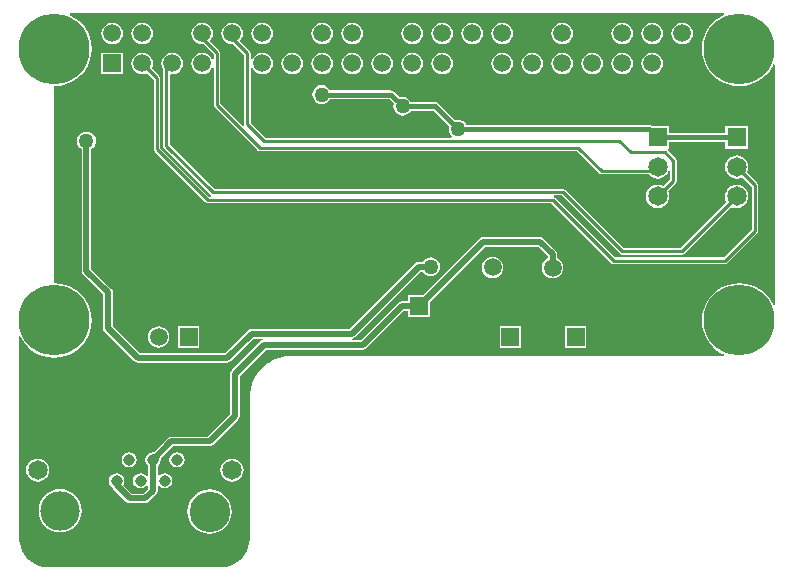
<source format=gbl>
G04*
G04 #@! TF.GenerationSoftware,Altium Limited,Altium Designer,18.1.9 (240)*
G04*
G04 Layer_Physical_Order=2*
G04 Layer_Color=16711680*
%FSAX25Y25*%
%MOIN*%
G70*
G01*
G75*
%ADD12C,0.01000*%
%ADD41C,0.02000*%
%ADD42C,0.01575*%
%ADD43R,0.05906X0.05906*%
%ADD44C,0.05906*%
%ADD45C,0.23622*%
%ADD46C,0.06496*%
%ADD47C,0.13110*%
%ADD48C,0.13504*%
%ADD49C,0.03819*%
%ADD50R,0.06496X0.06496*%
%ADD51C,0.05906*%
%ADD52C,0.05910*%
%ADD53R,0.05906X0.05906*%
%ADD54C,0.05000*%
%ADD55C,0.03150*%
G36*
X0631055Y0413824D02*
X0631152Y0413333D01*
X0630694Y0413144D01*
X0629029Y0412123D01*
X0627543Y0410854D01*
X0626275Y0409369D01*
X0625254Y0407703D01*
X0624506Y0405898D01*
X0624050Y0403999D01*
X0623897Y0402051D01*
X0624050Y0400104D01*
X0624506Y0398204D01*
X0625254Y0396399D01*
X0626275Y0394734D01*
X0627543Y0393248D01*
X0629029Y0391979D01*
X0630694Y0390959D01*
X0632499Y0390211D01*
X0634399Y0389755D01*
X0636346Y0389602D01*
X0638294Y0389755D01*
X0640194Y0390211D01*
X0641998Y0390959D01*
X0643664Y0391979D01*
X0645150Y0393248D01*
X0646418Y0394734D01*
X0647439Y0396399D01*
X0647629Y0396857D01*
X0648119Y0396760D01*
Y0316792D01*
X0647629Y0316694D01*
X0647439Y0317152D01*
X0646418Y0318818D01*
X0645150Y0320303D01*
X0643664Y0321572D01*
X0641998Y0322592D01*
X0640194Y0323340D01*
X0638294Y0323796D01*
X0636346Y0323949D01*
X0634399Y0323796D01*
X0632499Y0323340D01*
X0630694Y0322592D01*
X0629029Y0321572D01*
X0627543Y0320303D01*
X0626275Y0318818D01*
X0625254Y0317152D01*
X0624506Y0315347D01*
X0624050Y0313447D01*
X0623897Y0311500D01*
X0624050Y0309553D01*
X0624506Y0307653D01*
X0625254Y0305848D01*
X0626275Y0304182D01*
X0627543Y0302697D01*
X0629029Y0301428D01*
X0630694Y0300408D01*
X0631152Y0300218D01*
X0631055Y0299728D01*
X0487008Y0299728D01*
X0486996Y0299725D01*
X0486983Y0299727D01*
X0486211Y0299718D01*
X0486093Y0299693D01*
X0485973Y0299701D01*
X0484442Y0299499D01*
X0484316Y0299457D01*
X0484184Y0299448D01*
X0482692Y0299048D01*
X0482573Y0298990D01*
X0482443Y0298964D01*
X0481016Y0298372D01*
X0480906Y0298299D01*
X0480781Y0298256D01*
X0479443Y0297484D01*
X0479343Y0297396D01*
X0479224Y0297338D01*
X0477998Y0296397D01*
X0477911Y0296298D01*
X0477801Y0296224D01*
X0476709Y0295132D01*
X0476635Y0295022D01*
X0476536Y0294935D01*
X0475595Y0293709D01*
X0475536Y0293590D01*
X0475449Y0293491D01*
X0474677Y0292153D01*
X0474634Y0292027D01*
X0474561Y0291917D01*
X0473969Y0290490D01*
X0473944Y0290360D01*
X0473885Y0290241D01*
X0473485Y0288749D01*
X0473477Y0288617D01*
X0473434Y0288491D01*
X0473232Y0286960D01*
X0473239Y0286860D01*
X0473216Y0286763D01*
X0473191Y0285991D01*
X0473196Y0285958D01*
X0473190Y0285925D01*
Y0239075D01*
X0473190Y0238432D01*
X0473022Y0237158D01*
X0472689Y0235917D01*
X0472198Y0234729D01*
X0471555Y0233616D01*
X0470773Y0232597D01*
X0469864Y0231688D01*
X0468844Y0230906D01*
X0467731Y0230263D01*
X0466544Y0229771D01*
X0465303Y0229438D01*
X0464028Y0229271D01*
X0463386Y0229271D01*
X0405389D01*
X0404115Y0229438D01*
X0402873Y0229771D01*
X0401686Y0230263D01*
X0400573Y0230906D01*
X0399553Y0231688D01*
X0398645Y0232597D01*
X0397862Y0233616D01*
X0397220Y0234729D01*
X0396728Y0235917D01*
X0396395Y0237158D01*
X0396228Y0238432D01*
Y0239075D01*
Y0306208D01*
X0396718Y0306306D01*
X0396907Y0305848D01*
X0397928Y0304182D01*
X0399197Y0302697D01*
X0400682Y0301428D01*
X0402348Y0300408D01*
X0404153Y0299660D01*
X0406052Y0299204D01*
X0408000Y0299051D01*
X0409947Y0299204D01*
X0411847Y0299660D01*
X0413652Y0300408D01*
X0415318Y0301428D01*
X0416803Y0302697D01*
X0418072Y0304182D01*
X0419093Y0305848D01*
X0419840Y0307653D01*
X0420296Y0309553D01*
X0420449Y0311500D01*
X0420296Y0313447D01*
X0419840Y0315347D01*
X0419093Y0317152D01*
X0418072Y0318818D01*
X0416803Y0320303D01*
X0415318Y0321572D01*
X0413652Y0322592D01*
X0411847Y0323340D01*
X0409947Y0323796D01*
X0408000Y0323949D01*
Y0389602D01*
X0409947Y0389755D01*
X0411847Y0390211D01*
X0413652Y0390959D01*
X0415318Y0391979D01*
X0416803Y0393248D01*
X0418072Y0394734D01*
X0419093Y0396399D01*
X0419840Y0398204D01*
X0420296Y0400104D01*
X0420449Y0402051D01*
X0420296Y0403999D01*
X0419840Y0405898D01*
X0419093Y0407703D01*
X0418072Y0409369D01*
X0416803Y0410854D01*
X0415318Y0412123D01*
X0413652Y0413144D01*
X0413194Y0413333D01*
X0413292Y0413824D01*
X0631055Y0413824D01*
D02*
G37*
%LPC*%
G36*
X0617264Y0410769D02*
X0616336Y0410646D01*
X0615472Y0410288D01*
X0614730Y0409719D01*
X0614160Y0408977D01*
X0613802Y0408112D01*
X0613680Y0407185D01*
X0613802Y0406258D01*
X0614160Y0405393D01*
X0614730Y0404651D01*
X0615472Y0404082D01*
X0616336Y0403724D01*
X0617264Y0403602D01*
X0618191Y0403724D01*
X0619056Y0404082D01*
X0619798Y0404651D01*
X0620367Y0405393D01*
X0620725Y0406258D01*
X0620847Y0407185D01*
X0620725Y0408112D01*
X0620367Y0408977D01*
X0619798Y0409719D01*
X0619056Y0410288D01*
X0618191Y0410646D01*
X0617264Y0410769D01*
D02*
G37*
G36*
X0607264D02*
X0606336Y0410646D01*
X0605472Y0410288D01*
X0604730Y0409719D01*
X0604160Y0408977D01*
X0603802Y0408112D01*
X0603680Y0407185D01*
X0603802Y0406258D01*
X0604160Y0405393D01*
X0604730Y0404651D01*
X0605472Y0404082D01*
X0606336Y0403724D01*
X0607264Y0403602D01*
X0608191Y0403724D01*
X0609056Y0404082D01*
X0609798Y0404651D01*
X0610367Y0405393D01*
X0610725Y0406258D01*
X0610847Y0407185D01*
X0610725Y0408112D01*
X0610367Y0408977D01*
X0609798Y0409719D01*
X0609056Y0410288D01*
X0608191Y0410646D01*
X0607264Y0410769D01*
D02*
G37*
G36*
X0597264D02*
X0596336Y0410646D01*
X0595472Y0410288D01*
X0594730Y0409719D01*
X0594161Y0408977D01*
X0593802Y0408112D01*
X0593680Y0407185D01*
X0593802Y0406258D01*
X0594161Y0405393D01*
X0594730Y0404651D01*
X0595472Y0404082D01*
X0596336Y0403724D01*
X0597264Y0403602D01*
X0598191Y0403724D01*
X0599055Y0404082D01*
X0599798Y0404651D01*
X0600367Y0405393D01*
X0600725Y0406258D01*
X0600847Y0407185D01*
X0600725Y0408112D01*
X0600367Y0408977D01*
X0599798Y0409719D01*
X0599055Y0410288D01*
X0598191Y0410646D01*
X0597264Y0410769D01*
D02*
G37*
G36*
X0577264D02*
X0576336Y0410646D01*
X0575472Y0410288D01*
X0574730Y0409719D01*
X0574160Y0408977D01*
X0573803Y0408112D01*
X0573680Y0407185D01*
X0573803Y0406258D01*
X0574160Y0405393D01*
X0574730Y0404651D01*
X0575472Y0404082D01*
X0576336Y0403724D01*
X0577264Y0403602D01*
X0578191Y0403724D01*
X0579056Y0404082D01*
X0579798Y0404651D01*
X0580367Y0405393D01*
X0580725Y0406258D01*
X0580847Y0407185D01*
X0580725Y0408112D01*
X0580367Y0408977D01*
X0579798Y0409719D01*
X0579056Y0410288D01*
X0578191Y0410646D01*
X0577264Y0410769D01*
D02*
G37*
G36*
X0557264D02*
X0556336Y0410646D01*
X0555472Y0410288D01*
X0554730Y0409719D01*
X0554160Y0408977D01*
X0553802Y0408112D01*
X0553680Y0407185D01*
X0553802Y0406258D01*
X0554160Y0405393D01*
X0554730Y0404651D01*
X0555472Y0404082D01*
X0556336Y0403724D01*
X0557264Y0403602D01*
X0558191Y0403724D01*
X0559056Y0404082D01*
X0559798Y0404651D01*
X0560367Y0405393D01*
X0560725Y0406258D01*
X0560847Y0407185D01*
X0560725Y0408112D01*
X0560367Y0408977D01*
X0559798Y0409719D01*
X0559056Y0410288D01*
X0558191Y0410646D01*
X0557264Y0410769D01*
D02*
G37*
G36*
X0547264D02*
X0546336Y0410646D01*
X0545472Y0410288D01*
X0544730Y0409719D01*
X0544161Y0408977D01*
X0543802Y0408112D01*
X0543680Y0407185D01*
X0543802Y0406258D01*
X0544161Y0405393D01*
X0544730Y0404651D01*
X0545472Y0404082D01*
X0546336Y0403724D01*
X0547264Y0403602D01*
X0548191Y0403724D01*
X0549055Y0404082D01*
X0549798Y0404651D01*
X0550367Y0405393D01*
X0550725Y0406258D01*
X0550847Y0407185D01*
X0550725Y0408112D01*
X0550367Y0408977D01*
X0549798Y0409719D01*
X0549055Y0410288D01*
X0548191Y0410646D01*
X0547264Y0410769D01*
D02*
G37*
G36*
X0537264D02*
X0536336Y0410646D01*
X0535472Y0410288D01*
X0534730Y0409719D01*
X0534161Y0408977D01*
X0533803Y0408112D01*
X0533680Y0407185D01*
X0533803Y0406258D01*
X0534161Y0405393D01*
X0534730Y0404651D01*
X0535472Y0404082D01*
X0536336Y0403724D01*
X0537264Y0403602D01*
X0538191Y0403724D01*
X0539055Y0404082D01*
X0539798Y0404651D01*
X0540367Y0405393D01*
X0540725Y0406258D01*
X0540847Y0407185D01*
X0540725Y0408112D01*
X0540367Y0408977D01*
X0539798Y0409719D01*
X0539055Y0410288D01*
X0538191Y0410646D01*
X0537264Y0410769D01*
D02*
G37*
G36*
X0527264D02*
X0526336Y0410646D01*
X0525472Y0410288D01*
X0524730Y0409719D01*
X0524160Y0408977D01*
X0523803Y0408112D01*
X0523680Y0407185D01*
X0523803Y0406258D01*
X0524160Y0405393D01*
X0524730Y0404651D01*
X0525472Y0404082D01*
X0526336Y0403724D01*
X0527264Y0403602D01*
X0528191Y0403724D01*
X0529056Y0404082D01*
X0529798Y0404651D01*
X0530367Y0405393D01*
X0530725Y0406258D01*
X0530847Y0407185D01*
X0530725Y0408112D01*
X0530367Y0408977D01*
X0529798Y0409719D01*
X0529056Y0410288D01*
X0528191Y0410646D01*
X0527264Y0410769D01*
D02*
G37*
G36*
X0507264D02*
X0506336Y0410646D01*
X0505472Y0410288D01*
X0504730Y0409719D01*
X0504160Y0408977D01*
X0503802Y0408112D01*
X0503680Y0407185D01*
X0503802Y0406258D01*
X0504160Y0405393D01*
X0504730Y0404651D01*
X0505472Y0404082D01*
X0506336Y0403724D01*
X0507264Y0403602D01*
X0508191Y0403724D01*
X0509056Y0404082D01*
X0509798Y0404651D01*
X0510367Y0405393D01*
X0510725Y0406258D01*
X0510847Y0407185D01*
X0510725Y0408112D01*
X0510367Y0408977D01*
X0509798Y0409719D01*
X0509056Y0410288D01*
X0508191Y0410646D01*
X0507264Y0410769D01*
D02*
G37*
G36*
X0497264D02*
X0496336Y0410646D01*
X0495472Y0410288D01*
X0494730Y0409719D01*
X0494161Y0408977D01*
X0493802Y0408112D01*
X0493680Y0407185D01*
X0493802Y0406258D01*
X0494161Y0405393D01*
X0494730Y0404651D01*
X0495472Y0404082D01*
X0496336Y0403724D01*
X0497264Y0403602D01*
X0498191Y0403724D01*
X0499055Y0404082D01*
X0499798Y0404651D01*
X0500367Y0405393D01*
X0500725Y0406258D01*
X0500847Y0407185D01*
X0500725Y0408112D01*
X0500367Y0408977D01*
X0499798Y0409719D01*
X0499055Y0410288D01*
X0498191Y0410646D01*
X0497264Y0410769D01*
D02*
G37*
G36*
X0477264D02*
X0476336Y0410646D01*
X0475472Y0410288D01*
X0474730Y0409719D01*
X0474160Y0408977D01*
X0473803Y0408112D01*
X0473680Y0407185D01*
X0473803Y0406258D01*
X0474160Y0405393D01*
X0474730Y0404651D01*
X0475472Y0404082D01*
X0476336Y0403724D01*
X0477264Y0403602D01*
X0478191Y0403724D01*
X0479056Y0404082D01*
X0479798Y0404651D01*
X0480367Y0405393D01*
X0480725Y0406258D01*
X0480847Y0407185D01*
X0480725Y0408112D01*
X0480367Y0408977D01*
X0479798Y0409719D01*
X0479056Y0410288D01*
X0478191Y0410646D01*
X0477264Y0410769D01*
D02*
G37*
G36*
X0437264D02*
X0436336Y0410646D01*
X0435472Y0410288D01*
X0434730Y0409719D01*
X0434161Y0408977D01*
X0433803Y0408112D01*
X0433680Y0407185D01*
X0433803Y0406258D01*
X0434161Y0405393D01*
X0434730Y0404651D01*
X0435472Y0404082D01*
X0436336Y0403724D01*
X0437264Y0403602D01*
X0438191Y0403724D01*
X0439055Y0404082D01*
X0439798Y0404651D01*
X0440367Y0405393D01*
X0440725Y0406258D01*
X0440847Y0407185D01*
X0440725Y0408112D01*
X0440367Y0408977D01*
X0439798Y0409719D01*
X0439055Y0410288D01*
X0438191Y0410646D01*
X0437264Y0410769D01*
D02*
G37*
G36*
X0427264D02*
X0426336Y0410646D01*
X0425472Y0410288D01*
X0424730Y0409719D01*
X0424160Y0408977D01*
X0423803Y0408112D01*
X0423680Y0407185D01*
X0423803Y0406258D01*
X0424160Y0405393D01*
X0424730Y0404651D01*
X0425472Y0404082D01*
X0426336Y0403724D01*
X0427264Y0403602D01*
X0428191Y0403724D01*
X0429056Y0404082D01*
X0429798Y0404651D01*
X0430367Y0405393D01*
X0430725Y0406258D01*
X0430847Y0407185D01*
X0430725Y0408112D01*
X0430367Y0408977D01*
X0429798Y0409719D01*
X0429056Y0410288D01*
X0428191Y0410646D01*
X0427264Y0410769D01*
D02*
G37*
G36*
X0430817Y0400738D02*
X0423711D01*
Y0393632D01*
X0430817D01*
Y0400738D01*
D02*
G37*
G36*
X0607264Y0400768D02*
X0606336Y0400646D01*
X0605472Y0400288D01*
X0604730Y0399719D01*
X0604160Y0398977D01*
X0603802Y0398113D01*
X0603680Y0397185D01*
X0603802Y0396258D01*
X0604160Y0395393D01*
X0604730Y0394651D01*
X0605472Y0394082D01*
X0606336Y0393724D01*
X0607264Y0393602D01*
X0608191Y0393724D01*
X0609056Y0394082D01*
X0609798Y0394651D01*
X0610367Y0395393D01*
X0610725Y0396258D01*
X0610847Y0397185D01*
X0610725Y0398113D01*
X0610367Y0398977D01*
X0609798Y0399719D01*
X0609056Y0400288D01*
X0608191Y0400646D01*
X0607264Y0400768D01*
D02*
G37*
G36*
X0597264D02*
X0596336Y0400646D01*
X0595472Y0400288D01*
X0594730Y0399719D01*
X0594161Y0398977D01*
X0593802Y0398113D01*
X0593680Y0397185D01*
X0593802Y0396258D01*
X0594161Y0395393D01*
X0594730Y0394651D01*
X0595472Y0394082D01*
X0596336Y0393724D01*
X0597264Y0393602D01*
X0598191Y0393724D01*
X0599055Y0394082D01*
X0599798Y0394651D01*
X0600367Y0395393D01*
X0600725Y0396258D01*
X0600847Y0397185D01*
X0600725Y0398113D01*
X0600367Y0398977D01*
X0599798Y0399719D01*
X0599055Y0400288D01*
X0598191Y0400646D01*
X0597264Y0400768D01*
D02*
G37*
G36*
X0587264D02*
X0586336Y0400646D01*
X0585472Y0400288D01*
X0584730Y0399719D01*
X0584161Y0398977D01*
X0583803Y0398113D01*
X0583680Y0397185D01*
X0583803Y0396258D01*
X0584161Y0395393D01*
X0584730Y0394651D01*
X0585472Y0394082D01*
X0586336Y0393724D01*
X0587264Y0393602D01*
X0588191Y0393724D01*
X0589055Y0394082D01*
X0589798Y0394651D01*
X0590367Y0395393D01*
X0590725Y0396258D01*
X0590847Y0397185D01*
X0590725Y0398113D01*
X0590367Y0398977D01*
X0589798Y0399719D01*
X0589055Y0400288D01*
X0588191Y0400646D01*
X0587264Y0400768D01*
D02*
G37*
G36*
X0577264D02*
X0576336Y0400646D01*
X0575472Y0400288D01*
X0574730Y0399719D01*
X0574160Y0398977D01*
X0573803Y0398113D01*
X0573680Y0397185D01*
X0573803Y0396258D01*
X0574160Y0395393D01*
X0574730Y0394651D01*
X0575472Y0394082D01*
X0576336Y0393724D01*
X0577264Y0393602D01*
X0578191Y0393724D01*
X0579056Y0394082D01*
X0579798Y0394651D01*
X0580367Y0395393D01*
X0580725Y0396258D01*
X0580847Y0397185D01*
X0580725Y0398113D01*
X0580367Y0398977D01*
X0579798Y0399719D01*
X0579056Y0400288D01*
X0578191Y0400646D01*
X0577264Y0400768D01*
D02*
G37*
G36*
X0567264D02*
X0566336Y0400646D01*
X0565472Y0400288D01*
X0564730Y0399719D01*
X0564160Y0398977D01*
X0563802Y0398113D01*
X0563680Y0397185D01*
X0563802Y0396258D01*
X0564160Y0395393D01*
X0564730Y0394651D01*
X0565472Y0394082D01*
X0566336Y0393724D01*
X0567264Y0393602D01*
X0568191Y0393724D01*
X0569056Y0394082D01*
X0569798Y0394651D01*
X0570367Y0395393D01*
X0570725Y0396258D01*
X0570847Y0397185D01*
X0570725Y0398113D01*
X0570367Y0398977D01*
X0569798Y0399719D01*
X0569056Y0400288D01*
X0568191Y0400646D01*
X0567264Y0400768D01*
D02*
G37*
G36*
X0557264D02*
X0556336Y0400646D01*
X0555472Y0400288D01*
X0554730Y0399719D01*
X0554160Y0398977D01*
X0553802Y0398113D01*
X0553680Y0397185D01*
X0553802Y0396258D01*
X0554160Y0395393D01*
X0554730Y0394651D01*
X0555472Y0394082D01*
X0556336Y0393724D01*
X0557264Y0393602D01*
X0558191Y0393724D01*
X0559056Y0394082D01*
X0559798Y0394651D01*
X0560367Y0395393D01*
X0560725Y0396258D01*
X0560847Y0397185D01*
X0560725Y0398113D01*
X0560367Y0398977D01*
X0559798Y0399719D01*
X0559056Y0400288D01*
X0558191Y0400646D01*
X0557264Y0400768D01*
D02*
G37*
G36*
X0537264D02*
X0536336Y0400646D01*
X0535472Y0400288D01*
X0534730Y0399719D01*
X0534161Y0398977D01*
X0533803Y0398113D01*
X0533680Y0397185D01*
X0533803Y0396258D01*
X0534161Y0395393D01*
X0534730Y0394651D01*
X0535472Y0394082D01*
X0536336Y0393724D01*
X0537264Y0393602D01*
X0538191Y0393724D01*
X0539055Y0394082D01*
X0539798Y0394651D01*
X0540367Y0395393D01*
X0540725Y0396258D01*
X0540847Y0397185D01*
X0540725Y0398113D01*
X0540367Y0398977D01*
X0539798Y0399719D01*
X0539055Y0400288D01*
X0538191Y0400646D01*
X0537264Y0400768D01*
D02*
G37*
G36*
X0527264D02*
X0526336Y0400646D01*
X0525472Y0400288D01*
X0524730Y0399719D01*
X0524160Y0398977D01*
X0523803Y0398113D01*
X0523680Y0397185D01*
X0523803Y0396258D01*
X0524160Y0395393D01*
X0524730Y0394651D01*
X0525472Y0394082D01*
X0526336Y0393724D01*
X0527264Y0393602D01*
X0528191Y0393724D01*
X0529056Y0394082D01*
X0529798Y0394651D01*
X0530367Y0395393D01*
X0530725Y0396258D01*
X0530847Y0397185D01*
X0530725Y0398113D01*
X0530367Y0398977D01*
X0529798Y0399719D01*
X0529056Y0400288D01*
X0528191Y0400646D01*
X0527264Y0400768D01*
D02*
G37*
G36*
X0517264D02*
X0516336Y0400646D01*
X0515472Y0400288D01*
X0514730Y0399719D01*
X0514160Y0398977D01*
X0513802Y0398113D01*
X0513680Y0397185D01*
X0513802Y0396258D01*
X0514160Y0395393D01*
X0514730Y0394651D01*
X0515472Y0394082D01*
X0516336Y0393724D01*
X0517264Y0393602D01*
X0518191Y0393724D01*
X0519056Y0394082D01*
X0519798Y0394651D01*
X0520367Y0395393D01*
X0520725Y0396258D01*
X0520847Y0397185D01*
X0520725Y0398113D01*
X0520367Y0398977D01*
X0519798Y0399719D01*
X0519056Y0400288D01*
X0518191Y0400646D01*
X0517264Y0400768D01*
D02*
G37*
G36*
X0507264D02*
X0506336Y0400646D01*
X0505472Y0400288D01*
X0504730Y0399719D01*
X0504160Y0398977D01*
X0503802Y0398113D01*
X0503680Y0397185D01*
X0503802Y0396258D01*
X0504160Y0395393D01*
X0504730Y0394651D01*
X0505472Y0394082D01*
X0506336Y0393724D01*
X0507264Y0393602D01*
X0508191Y0393724D01*
X0509056Y0394082D01*
X0509798Y0394651D01*
X0510367Y0395393D01*
X0510725Y0396258D01*
X0510847Y0397185D01*
X0510725Y0398113D01*
X0510367Y0398977D01*
X0509798Y0399719D01*
X0509056Y0400288D01*
X0508191Y0400646D01*
X0507264Y0400768D01*
D02*
G37*
G36*
X0497264D02*
X0496336Y0400646D01*
X0495472Y0400288D01*
X0494730Y0399719D01*
X0494161Y0398977D01*
X0493802Y0398113D01*
X0493680Y0397185D01*
X0493802Y0396258D01*
X0494161Y0395393D01*
X0494730Y0394651D01*
X0495472Y0394082D01*
X0496336Y0393724D01*
X0497264Y0393602D01*
X0498191Y0393724D01*
X0499055Y0394082D01*
X0499798Y0394651D01*
X0500367Y0395393D01*
X0500725Y0396258D01*
X0500847Y0397185D01*
X0500725Y0398113D01*
X0500367Y0398977D01*
X0499798Y0399719D01*
X0499055Y0400288D01*
X0498191Y0400646D01*
X0497264Y0400768D01*
D02*
G37*
G36*
X0487264D02*
X0486336Y0400646D01*
X0485472Y0400288D01*
X0484730Y0399719D01*
X0484161Y0398977D01*
X0483803Y0398113D01*
X0483680Y0397185D01*
X0483803Y0396258D01*
X0484161Y0395393D01*
X0484730Y0394651D01*
X0485472Y0394082D01*
X0486336Y0393724D01*
X0487264Y0393602D01*
X0488191Y0393724D01*
X0489055Y0394082D01*
X0489798Y0394651D01*
X0490367Y0395393D01*
X0490725Y0396258D01*
X0490847Y0397185D01*
X0490725Y0398113D01*
X0490367Y0398977D01*
X0489798Y0399719D01*
X0489055Y0400288D01*
X0488191Y0400646D01*
X0487264Y0400768D01*
D02*
G37*
G36*
X0467264Y0410769D02*
X0466336Y0410646D01*
X0465472Y0410288D01*
X0464730Y0409719D01*
X0464160Y0408977D01*
X0463802Y0408112D01*
X0463680Y0407185D01*
X0463802Y0406258D01*
X0464160Y0405393D01*
X0464730Y0404651D01*
X0465472Y0404082D01*
X0466336Y0403724D01*
X0467264Y0403602D01*
X0467689Y0403658D01*
X0471221Y0400126D01*
Y0376870D01*
X0471221Y0376870D01*
X0471277Y0376587D01*
X0470821Y0376336D01*
X0463326Y0383831D01*
Y0400630D01*
X0463241Y0401059D01*
X0462998Y0401423D01*
X0462998Y0401423D01*
X0459796Y0404625D01*
X0459798Y0404651D01*
X0460367Y0405393D01*
X0460725Y0406258D01*
X0460847Y0407185D01*
X0460725Y0408112D01*
X0460367Y0408977D01*
X0459798Y0409719D01*
X0459056Y0410288D01*
X0458191Y0410646D01*
X0457264Y0410769D01*
X0456336Y0410646D01*
X0455472Y0410288D01*
X0454730Y0409719D01*
X0454160Y0408977D01*
X0453802Y0408112D01*
X0453680Y0407185D01*
X0453802Y0406258D01*
X0454160Y0405393D01*
X0454730Y0404651D01*
X0455472Y0404082D01*
X0456336Y0403724D01*
X0457264Y0403602D01*
X0457602Y0403646D01*
X0461083Y0400165D01*
Y0398555D01*
X0460583Y0398455D01*
X0460367Y0398977D01*
X0459798Y0399719D01*
X0459056Y0400288D01*
X0458191Y0400646D01*
X0457264Y0400768D01*
X0456336Y0400646D01*
X0455472Y0400288D01*
X0454730Y0399719D01*
X0454160Y0398977D01*
X0453802Y0398113D01*
X0453680Y0397185D01*
X0453802Y0396258D01*
X0454160Y0395393D01*
X0454730Y0394651D01*
X0455472Y0394082D01*
X0456336Y0393724D01*
X0457264Y0393602D01*
X0458191Y0393724D01*
X0459056Y0394082D01*
X0459798Y0394651D01*
X0460367Y0395393D01*
X0460583Y0395915D01*
X0461083Y0395815D01*
Y0383366D01*
X0461083Y0383366D01*
X0461168Y0382937D01*
X0461412Y0382573D01*
X0475683Y0368302D01*
X0475683Y0368301D01*
X0476047Y0368058D01*
X0476476Y0367973D01*
X0476476Y0367973D01*
X0582252D01*
X0589660Y0360565D01*
X0589660Y0360565D01*
X0590024Y0360322D01*
X0590453Y0360237D01*
X0606093D01*
X0606311Y0359952D01*
X0607115Y0359336D01*
X0608051Y0358948D01*
X0609055Y0358816D01*
X0610060Y0358948D01*
X0610996Y0359336D01*
X0611800Y0359952D01*
X0612416Y0360756D01*
X0612650Y0361320D01*
X0613150Y0361221D01*
Y0358535D01*
X0610879Y0356264D01*
X0610060Y0356603D01*
X0609055Y0356736D01*
X0608051Y0356603D01*
X0607115Y0356216D01*
X0606311Y0355599D01*
X0605694Y0354795D01*
X0605306Y0353859D01*
X0605174Y0352854D01*
X0605306Y0351850D01*
X0605694Y0350914D01*
X0606311Y0350110D01*
X0607115Y0349493D01*
X0608051Y0349105D01*
X0609055Y0348973D01*
X0610060Y0349105D01*
X0610996Y0349493D01*
X0611800Y0350110D01*
X0612416Y0350914D01*
X0612804Y0351850D01*
X0612936Y0352854D01*
X0612804Y0353859D01*
X0612465Y0354678D01*
X0615065Y0357278D01*
X0615065Y0357278D01*
X0615308Y0357642D01*
X0615393Y0358071D01*
X0615393Y0358071D01*
Y0364764D01*
X0615308Y0365193D01*
X0615065Y0365557D01*
X0615065Y0365557D01*
X0612430Y0368191D01*
X0612637Y0368691D01*
X0612903D01*
Y0371125D01*
X0631585D01*
Y0368691D01*
X0639281D01*
Y0376387D01*
X0631585D01*
Y0373954D01*
X0612903D01*
Y0376387D01*
X0607162D01*
X0606841Y0376602D01*
X0606299Y0376710D01*
X0545289D01*
X0545227Y0376859D01*
X0544731Y0377506D01*
X0544083Y0378003D01*
X0543329Y0378315D01*
X0542520Y0378422D01*
X0541710Y0378315D01*
X0541562Y0378254D01*
X0535941Y0383874D01*
X0535482Y0384181D01*
X0534941Y0384289D01*
X0526884D01*
X0526822Y0384437D01*
X0526325Y0385085D01*
X0525677Y0385582D01*
X0524923Y0385894D01*
X0524114Y0386001D01*
X0523305Y0385894D01*
X0523156Y0385833D01*
X0521177Y0387811D01*
X0520718Y0388118D01*
X0520177Y0388226D01*
X0499915D01*
X0499854Y0388374D01*
X0499357Y0389022D01*
X0498709Y0389519D01*
X0497955Y0389831D01*
X0497146Y0389938D01*
X0496336Y0389831D01*
X0495582Y0389519D01*
X0494935Y0389022D01*
X0494438Y0388374D01*
X0494126Y0387620D01*
X0494019Y0386811D01*
X0494126Y0386002D01*
X0494438Y0385248D01*
X0494935Y0384600D01*
X0495582Y0384103D01*
X0496336Y0383791D01*
X0497146Y0383684D01*
X0497955Y0383791D01*
X0498709Y0384103D01*
X0499357Y0384600D01*
X0499854Y0385248D01*
X0499915Y0385396D01*
X0519591D01*
X0521156Y0383832D01*
X0521094Y0383683D01*
X0520987Y0382874D01*
X0521094Y0382065D01*
X0521406Y0381311D01*
X0521903Y0380663D01*
X0522551Y0380166D01*
X0523305Y0379854D01*
X0524114Y0379747D01*
X0524923Y0379854D01*
X0525677Y0380166D01*
X0526325Y0380663D01*
X0526822Y0381311D01*
X0526884Y0381459D01*
X0534355D01*
X0539561Y0376253D01*
X0539500Y0376104D01*
X0539393Y0375295D01*
X0539500Y0374486D01*
X0539812Y0373732D01*
X0540309Y0373084D01*
X0540527Y0372917D01*
X0540357Y0372417D01*
X0478382D01*
X0473464Y0377335D01*
Y0395768D01*
X0473964Y0395867D01*
X0474160Y0395393D01*
X0474730Y0394651D01*
X0475472Y0394082D01*
X0476336Y0393724D01*
X0477264Y0393602D01*
X0478191Y0393724D01*
X0479056Y0394082D01*
X0479798Y0394651D01*
X0480367Y0395393D01*
X0480725Y0396258D01*
X0480847Y0397185D01*
X0480725Y0398113D01*
X0480367Y0398977D01*
X0479798Y0399719D01*
X0479056Y0400288D01*
X0478191Y0400646D01*
X0477264Y0400768D01*
X0476336Y0400646D01*
X0475472Y0400288D01*
X0474730Y0399719D01*
X0474160Y0398977D01*
X0473964Y0398503D01*
X0473464Y0398602D01*
Y0400591D01*
X0473379Y0401020D01*
X0473136Y0401384D01*
X0473136Y0401384D01*
X0469828Y0404691D01*
X0470367Y0405393D01*
X0470725Y0406258D01*
X0470847Y0407185D01*
X0470725Y0408112D01*
X0470367Y0408977D01*
X0469798Y0409719D01*
X0469056Y0410288D01*
X0468191Y0410646D01*
X0467264Y0410769D01*
D02*
G37*
G36*
X0447264Y0400768D02*
X0446336Y0400646D01*
X0445472Y0400288D01*
X0444730Y0399719D01*
X0444161Y0398977D01*
X0443802Y0398113D01*
X0443680Y0397185D01*
X0443802Y0396258D01*
X0444161Y0395393D01*
X0444252Y0395273D01*
Y0369696D01*
X0444252Y0369696D01*
X0444338Y0369267D01*
X0444581Y0368903D01*
X0459990Y0353494D01*
X0460289Y0353295D01*
X0460284Y0353036D01*
X0460205Y0352795D01*
X0459618D01*
X0443352Y0369061D01*
Y0392218D01*
X0443352Y0392218D01*
X0443266Y0392648D01*
X0443023Y0393012D01*
X0443023Y0393012D01*
X0440448Y0395587D01*
X0440725Y0396258D01*
X0440847Y0397185D01*
X0440725Y0398113D01*
X0440367Y0398977D01*
X0439798Y0399719D01*
X0439055Y0400288D01*
X0438191Y0400646D01*
X0437264Y0400768D01*
X0436336Y0400646D01*
X0435472Y0400288D01*
X0434730Y0399719D01*
X0434161Y0398977D01*
X0433803Y0398113D01*
X0433680Y0397185D01*
X0433803Y0396258D01*
X0434161Y0395393D01*
X0434730Y0394651D01*
X0435472Y0394082D01*
X0436336Y0393724D01*
X0437264Y0393602D01*
X0438191Y0393724D01*
X0438861Y0394001D01*
X0441109Y0391754D01*
Y0368597D01*
X0441109Y0368597D01*
X0441194Y0368167D01*
X0441437Y0367803D01*
X0458360Y0350880D01*
X0458360Y0350880D01*
X0458724Y0350637D01*
X0459154Y0350552D01*
X0459154Y0350552D01*
X0573650D01*
X0593597Y0330605D01*
X0593597Y0330605D01*
X0593961Y0330362D01*
X0594390Y0330276D01*
X0631594D01*
X0631595Y0330276D01*
X0632024Y0330362D01*
X0632388Y0330605D01*
X0642329Y0340546D01*
X0642329Y0340546D01*
X0642572Y0340909D01*
X0642657Y0341339D01*
Y0356594D01*
X0642657Y0356594D01*
X0642572Y0357024D01*
X0642329Y0357388D01*
X0638843Y0360873D01*
X0639182Y0361692D01*
X0639314Y0362697D01*
X0639182Y0363701D01*
X0638794Y0364637D01*
X0638177Y0365441D01*
X0637374Y0366058D01*
X0636438Y0366446D01*
X0635433Y0366578D01*
X0634429Y0366446D01*
X0633493Y0366058D01*
X0632689Y0365441D01*
X0632072Y0364637D01*
X0631684Y0363701D01*
X0631552Y0362697D01*
X0631684Y0361692D01*
X0632072Y0360756D01*
X0632689Y0359952D01*
X0633493Y0359336D01*
X0634429Y0358948D01*
X0635433Y0358816D01*
X0636438Y0358948D01*
X0637257Y0359287D01*
X0640414Y0356130D01*
Y0341803D01*
X0631130Y0332519D01*
X0594854D01*
X0574907Y0352466D01*
X0574609Y0352666D01*
X0574613Y0352924D01*
X0574692Y0353166D01*
X0577059D01*
X0596471Y0333754D01*
X0596471Y0333754D01*
X0596835Y0333511D01*
X0597264Y0333426D01*
X0617126D01*
X0617126Y0333426D01*
X0617555Y0333511D01*
X0617919Y0333754D01*
X0633609Y0349445D01*
X0634429Y0349105D01*
X0635433Y0348973D01*
X0636438Y0349105D01*
X0637374Y0349493D01*
X0638177Y0350110D01*
X0638794Y0350914D01*
X0639182Y0351850D01*
X0639314Y0352854D01*
X0639182Y0353859D01*
X0638794Y0354795D01*
X0638177Y0355599D01*
X0637374Y0356216D01*
X0636438Y0356603D01*
X0635433Y0356736D01*
X0634429Y0356603D01*
X0633493Y0356216D01*
X0632689Y0355599D01*
X0632072Y0354795D01*
X0631684Y0353859D01*
X0631552Y0352854D01*
X0631684Y0351850D01*
X0632023Y0351031D01*
X0616661Y0335669D01*
X0597728D01*
X0578317Y0355080D01*
X0577953Y0355323D01*
X0577524Y0355409D01*
X0577524Y0355409D01*
X0461248D01*
X0446496Y0370161D01*
Y0393324D01*
X0446872Y0393653D01*
X0447264Y0393602D01*
X0448191Y0393724D01*
X0449055Y0394082D01*
X0449798Y0394651D01*
X0450367Y0395393D01*
X0450725Y0396258D01*
X0450847Y0397185D01*
X0450725Y0398113D01*
X0450367Y0398977D01*
X0449798Y0399719D01*
X0449055Y0400288D01*
X0448191Y0400646D01*
X0447264Y0400768D01*
D02*
G37*
G36*
X0554075Y0332757D02*
X0553147Y0332634D01*
X0552283Y0332277D01*
X0551541Y0331707D01*
X0550972Y0330965D01*
X0550613Y0330101D01*
X0550491Y0329173D01*
X0550613Y0328246D01*
X0550972Y0327381D01*
X0551541Y0326639D01*
X0552283Y0326070D01*
X0553147Y0325712D01*
X0554075Y0325590D01*
X0555002Y0325712D01*
X0555866Y0326070D01*
X0556609Y0326639D01*
X0557178Y0327381D01*
X0557536Y0328246D01*
X0557658Y0329173D01*
X0557536Y0330101D01*
X0557178Y0330965D01*
X0556609Y0331707D01*
X0555866Y0332277D01*
X0555002Y0332634D01*
X0554075Y0332757D01*
D02*
G37*
G36*
X0418701Y0374485D02*
X0417892Y0374378D01*
X0417137Y0374066D01*
X0416490Y0373569D01*
X0415993Y0372922D01*
X0415681Y0372167D01*
X0415574Y0371358D01*
X0415681Y0370549D01*
X0415993Y0369795D01*
X0416490Y0369147D01*
X0417069Y0368703D01*
Y0328051D01*
X0417194Y0327427D01*
X0417547Y0326898D01*
X0424255Y0320190D01*
Y0308957D01*
X0424379Y0308332D01*
X0424732Y0307803D01*
X0434673Y0297862D01*
X0435203Y0297509D01*
X0435827Y0297384D01*
X0465650D01*
X0466274Y0297509D01*
X0466803Y0297862D01*
X0474396Y0305455D01*
X0477593D01*
X0477642Y0304955D01*
X0477132Y0304854D01*
X0476602Y0304500D01*
X0467055Y0294953D01*
X0466702Y0294424D01*
X0466577Y0293799D01*
Y0280302D01*
X0459068Y0272793D01*
X0446988D01*
X0446364Y0272669D01*
X0445835Y0272315D01*
X0441155Y0267635D01*
X0440945Y0267677D01*
X0439966Y0267482D01*
X0439136Y0266927D01*
X0438581Y0266097D01*
X0438386Y0265118D01*
X0438581Y0264139D01*
X0439136Y0263309D01*
X0439184Y0263277D01*
Y0259819D01*
X0438684Y0259667D01*
X0438542Y0259880D01*
X0437711Y0260435D01*
X0436732Y0260630D01*
X0435753Y0260435D01*
X0434923Y0259880D01*
X0434368Y0259050D01*
X0434174Y0258071D01*
X0434368Y0257092D01*
X0434923Y0256262D01*
X0435753Y0255707D01*
X0436732Y0255512D01*
X0437711Y0255707D01*
X0438542Y0256262D01*
X0438684Y0256474D01*
X0439184Y0256323D01*
Y0255369D01*
X0437612Y0253797D01*
X0433747D01*
X0430843Y0256701D01*
X0431104Y0257092D01*
X0431299Y0258071D01*
X0431104Y0259050D01*
X0430549Y0259880D01*
X0429719Y0260435D01*
X0428740Y0260630D01*
X0427761Y0260435D01*
X0426931Y0259880D01*
X0426376Y0259050D01*
X0426182Y0258071D01*
X0426376Y0257092D01*
X0426931Y0256262D01*
X0427190Y0256089D01*
X0427233Y0255872D01*
X0427587Y0255343D01*
X0431917Y0251012D01*
X0432447Y0250658D01*
X0433071Y0250534D01*
X0438287D01*
X0438912Y0250658D01*
X0439441Y0251012D01*
X0441968Y0253539D01*
X0442322Y0254069D01*
X0442446Y0254693D01*
Y0256119D01*
X0442593Y0256164D01*
X0442946Y0256241D01*
X0443745Y0255707D01*
X0444724Y0255512D01*
X0445704Y0255707D01*
X0446534Y0256262D01*
X0447088Y0257092D01*
X0447283Y0258071D01*
X0447088Y0259050D01*
X0446534Y0259880D01*
X0445704Y0260435D01*
X0444724Y0260630D01*
X0443745Y0260435D01*
X0442946Y0259901D01*
X0442593Y0259978D01*
X0442446Y0260022D01*
Y0263103D01*
X0442754Y0263309D01*
X0443309Y0264139D01*
X0443504Y0265118D01*
X0443462Y0265328D01*
X0447664Y0269530D01*
X0459744D01*
X0460368Y0269654D01*
X0460898Y0270008D01*
X0469362Y0278472D01*
X0469716Y0279002D01*
X0469840Y0279626D01*
X0469840Y0279626D01*
Y0293124D01*
X0478432Y0301715D01*
X0510827D01*
X0511451Y0301839D01*
X0511980Y0302193D01*
X0524455Y0314668D01*
X0525975D01*
Y0312747D01*
X0533080D01*
Y0317545D01*
X0551601Y0336066D01*
X0569206D01*
X0572443Y0332828D01*
Y0332306D01*
X0572282Y0332239D01*
X0571539Y0331669D01*
X0570970Y0330927D01*
X0570611Y0330062D01*
X0570489Y0329134D01*
X0570611Y0328206D01*
X0570970Y0327341D01*
X0571539Y0326599D01*
X0572282Y0326029D01*
X0573147Y0325671D01*
X0574075Y0325548D01*
X0575003Y0325671D01*
X0575868Y0326029D01*
X0576610Y0326599D01*
X0577180Y0327341D01*
X0577538Y0328206D01*
X0577660Y0329134D01*
X0577538Y0330062D01*
X0577180Y0330927D01*
X0576610Y0331669D01*
X0575868Y0332239D01*
X0575706Y0332306D01*
Y0333504D01*
X0575582Y0334128D01*
X0575228Y0334658D01*
X0571035Y0338850D01*
X0570506Y0339204D01*
X0569882Y0339328D01*
X0550925D01*
X0550301Y0339204D01*
X0549772Y0338850D01*
X0530773Y0319852D01*
X0525975D01*
Y0317931D01*
X0523779D01*
X0523155Y0317806D01*
X0522626Y0317453D01*
X0510151Y0304978D01*
X0507249D01*
X0507200Y0305478D01*
X0507711Y0305579D01*
X0508240Y0305933D01*
X0530105Y0327798D01*
X0530809D01*
X0531254Y0327218D01*
X0531901Y0326721D01*
X0532655Y0326409D01*
X0533465Y0326302D01*
X0534274Y0326409D01*
X0535028Y0326721D01*
X0535675Y0327218D01*
X0536172Y0327866D01*
X0536485Y0328620D01*
X0536591Y0329429D01*
X0536485Y0330238D01*
X0536172Y0330993D01*
X0535675Y0331640D01*
X0535028Y0332137D01*
X0534274Y0332449D01*
X0533465Y0332556D01*
X0532655Y0332449D01*
X0531901Y0332137D01*
X0531254Y0331640D01*
X0530809Y0331061D01*
X0529429D01*
X0528805Y0330936D01*
X0528276Y0330583D01*
X0506411Y0308718D01*
X0473721D01*
X0473096Y0308594D01*
X0472567Y0308240D01*
X0464974Y0300647D01*
X0436503D01*
X0427517Y0309632D01*
Y0320866D01*
X0427393Y0321490D01*
X0427039Y0322020D01*
X0420332Y0328727D01*
Y0368703D01*
X0420912Y0369147D01*
X0421409Y0369795D01*
X0421721Y0370549D01*
X0421828Y0371358D01*
X0421721Y0372167D01*
X0421409Y0372922D01*
X0420912Y0373569D01*
X0420264Y0374066D01*
X0419510Y0374378D01*
X0418701Y0374485D01*
D02*
G37*
G36*
X0585305Y0309557D02*
X0578199D01*
Y0302451D01*
X0585305D01*
Y0309557D01*
D02*
G37*
G36*
X0563553D02*
X0556447D01*
Y0302451D01*
X0563553D01*
Y0309557D01*
D02*
G37*
G36*
X0456309D02*
X0449203D01*
Y0302451D01*
X0456309D01*
Y0309557D01*
D02*
G37*
G36*
X0442756Y0309587D02*
X0441828Y0309465D01*
X0440964Y0309107D01*
X0440222Y0308538D01*
X0439653Y0307796D01*
X0439295Y0306931D01*
X0439173Y0306004D01*
X0439295Y0305077D01*
X0439653Y0304212D01*
X0440222Y0303470D01*
X0440964Y0302901D01*
X0441828Y0302543D01*
X0442756Y0302420D01*
X0443683Y0302543D01*
X0444548Y0302901D01*
X0445290Y0303470D01*
X0445859Y0304212D01*
X0446217Y0305077D01*
X0446339Y0306004D01*
X0446217Y0306931D01*
X0445859Y0307796D01*
X0445290Y0308538D01*
X0444548Y0309107D01*
X0443683Y0309465D01*
X0442756Y0309587D01*
D02*
G37*
G36*
X0448937Y0267677D02*
X0447958Y0267482D01*
X0447128Y0266927D01*
X0446573Y0266097D01*
X0446378Y0265118D01*
X0446573Y0264139D01*
X0447128Y0263309D01*
X0447958Y0262754D01*
X0448937Y0262560D01*
X0449916Y0262754D01*
X0450746Y0263309D01*
X0451301Y0264139D01*
X0451496Y0265118D01*
X0451301Y0266097D01*
X0450746Y0266927D01*
X0449916Y0267482D01*
X0448937Y0267677D01*
D02*
G37*
G36*
X0432953D02*
X0431974Y0267482D01*
X0431144Y0266927D01*
X0430589Y0266097D01*
X0430394Y0265118D01*
X0430589Y0264139D01*
X0431144Y0263309D01*
X0431974Y0262754D01*
X0432953Y0262560D01*
X0433932Y0262754D01*
X0434762Y0263309D01*
X0435317Y0264139D01*
X0435511Y0265118D01*
X0435317Y0266097D01*
X0434762Y0266927D01*
X0433932Y0267482D01*
X0432953Y0267677D01*
D02*
G37*
G36*
X0467244Y0265456D02*
X0466240Y0265324D01*
X0465304Y0264936D01*
X0464500Y0264319D01*
X0463883Y0263515D01*
X0463495Y0262579D01*
X0463363Y0261575D01*
X0463495Y0260570D01*
X0463883Y0259634D01*
X0464500Y0258830D01*
X0465304Y0258214D01*
X0466240Y0257826D01*
X0467244Y0257694D01*
X0468249Y0257826D01*
X0469185Y0258214D01*
X0469988Y0258830D01*
X0470605Y0259634D01*
X0470993Y0260570D01*
X0471125Y0261575D01*
X0470993Y0262579D01*
X0470605Y0263515D01*
X0469988Y0264319D01*
X0469185Y0264936D01*
X0468249Y0265324D01*
X0467244Y0265456D01*
D02*
G37*
G36*
X0402441D02*
X0401436Y0265324D01*
X0400500Y0264936D01*
X0399696Y0264319D01*
X0399080Y0263515D01*
X0398692Y0262579D01*
X0398560Y0261575D01*
X0398692Y0260570D01*
X0399080Y0259634D01*
X0399696Y0258830D01*
X0400500Y0258214D01*
X0401436Y0257826D01*
X0402441Y0257694D01*
X0403445Y0257826D01*
X0404382Y0258214D01*
X0405185Y0258830D01*
X0405802Y0259634D01*
X0406190Y0260570D01*
X0406322Y0261575D01*
X0406190Y0262579D01*
X0405802Y0263515D01*
X0405185Y0264319D01*
X0404382Y0264936D01*
X0403445Y0265324D01*
X0402441Y0265456D01*
D02*
G37*
G36*
X0409921Y0255300D02*
X0408519Y0255162D01*
X0407170Y0254753D01*
X0405927Y0254088D01*
X0404837Y0253194D01*
X0403943Y0252105D01*
X0403279Y0250862D01*
X0402870Y0249513D01*
X0402732Y0248110D01*
X0402870Y0246708D01*
X0403279Y0245359D01*
X0403943Y0244116D01*
X0404837Y0243026D01*
X0405927Y0242132D01*
X0407170Y0241468D01*
X0408519Y0241059D01*
X0409921Y0240920D01*
X0411324Y0241059D01*
X0412673Y0241468D01*
X0413916Y0242132D01*
X0415005Y0243026D01*
X0415899Y0244116D01*
X0416564Y0245359D01*
X0416973Y0246708D01*
X0417111Y0248110D01*
X0416973Y0249513D01*
X0416564Y0250862D01*
X0415899Y0252105D01*
X0415005Y0253194D01*
X0413916Y0254088D01*
X0412673Y0254753D01*
X0411324Y0255162D01*
X0409921Y0255300D01*
D02*
G37*
G36*
X0459764Y0255183D02*
X0458322Y0255041D01*
X0456937Y0254621D01*
X0455659Y0253938D01*
X0454540Y0253019D01*
X0453621Y0251900D01*
X0452939Y0250622D01*
X0452518Y0249236D01*
X0452376Y0247795D01*
X0452518Y0246354D01*
X0452939Y0244968D01*
X0453621Y0243691D01*
X0454540Y0242571D01*
X0455659Y0241653D01*
X0456937Y0240970D01*
X0458322Y0240550D01*
X0459764Y0240408D01*
X0461205Y0240550D01*
X0462591Y0240970D01*
X0463868Y0241653D01*
X0464988Y0242571D01*
X0465906Y0243691D01*
X0466589Y0244968D01*
X0467009Y0246354D01*
X0467151Y0247795D01*
X0467009Y0249236D01*
X0466589Y0250622D01*
X0465906Y0251900D01*
X0464988Y0253019D01*
X0463868Y0253938D01*
X0462591Y0254621D01*
X0461205Y0255041D01*
X0459764Y0255183D01*
D02*
G37*
%LPD*%
D12*
X0472342Y0376870D02*
X0477917Y0371295D01*
X0544176D01*
X0544240Y0371358D02*
X0596358D01*
X0544176Y0371295D02*
X0544240Y0371358D01*
X0459154Y0351673D02*
X0574114D01*
X0442230Y0368597D02*
X0459154Y0351673D01*
X0442230Y0368597D02*
Y0392218D01*
X0574114Y0351673D02*
X0594390Y0331398D01*
X0635433Y0362697D02*
X0641535Y0356594D01*
Y0341339D02*
Y0356594D01*
X0631595Y0331398D02*
X0641535Y0341339D01*
X0594390Y0331398D02*
X0631595D01*
X0617126Y0334547D02*
X0635433Y0352854D01*
X0597264Y0334547D02*
X0617126D01*
X0577524Y0354287D02*
X0597264Y0334547D01*
X0609055Y0352854D02*
X0614272Y0358071D01*
Y0364764D01*
X0611417Y0367618D02*
X0614272Y0364764D01*
X0600098Y0367618D02*
X0611417D01*
X0596358Y0371358D02*
X0600098Y0367618D01*
X0607717Y0361358D02*
X0609055Y0362697D01*
X0590453Y0361358D02*
X0607717D01*
X0582717Y0369094D02*
X0590453Y0361358D01*
X0476476Y0369094D02*
X0582717D01*
X0462205Y0383366D02*
X0476476Y0369094D01*
X0462205Y0383366D02*
Y0400630D01*
X0472342Y0376870D02*
Y0400591D01*
X0457264Y0405571D02*
X0462205Y0400630D01*
X0457264Y0405571D02*
Y0407185D01*
X0467264Y0405669D02*
X0472342Y0400591D01*
X0467264Y0405669D02*
Y0407185D01*
X0445374Y0395295D02*
X0447264Y0397185D01*
X0445374Y0369696D02*
Y0395295D01*
Y0369696D02*
X0460783Y0354287D01*
X0437264Y0397185D02*
X0442230Y0392218D01*
X0460783Y0354287D02*
X0577524D01*
X0449311Y0376673D02*
Y0377165D01*
X0462697Y0338681D02*
Y0338976D01*
D41*
X0529429Y0329429D02*
X0533465D01*
X0507087Y0307087D02*
X0529429Y0329429D01*
X0473721Y0307087D02*
X0507087D01*
X0465650Y0299016D02*
X0473721Y0307087D01*
X0435827Y0299016D02*
X0465650D01*
X0425886Y0308957D02*
X0435827Y0299016D01*
X0425886Y0308957D02*
Y0320866D01*
X0418701Y0328051D02*
X0425886Y0320866D01*
X0418701Y0328051D02*
Y0371358D01*
X0428740Y0256496D02*
X0433071Y0252165D01*
X0440815Y0254693D02*
Y0265118D01*
X0438287Y0252165D02*
X0440815Y0254693D01*
X0433071Y0252165D02*
X0438287D01*
X0428740Y0256496D02*
Y0258071D01*
X0574075Y0329134D02*
Y0333504D01*
X0569882Y0337697D02*
X0574075Y0333504D01*
X0550925Y0337697D02*
X0569882D01*
X0529528Y0316299D02*
X0550925Y0337697D01*
X0523779Y0316299D02*
X0529528D01*
X0510827Y0303346D02*
X0523779Y0316299D01*
X0477756Y0303346D02*
X0510827D01*
X0468209Y0293799D02*
X0477756Y0303346D01*
X0468209Y0279626D02*
Y0293799D01*
X0459744Y0271161D02*
X0468209Y0279626D01*
X0446988Y0271161D02*
X0459744D01*
X0440945Y0265118D02*
X0446988Y0271161D01*
X0440815Y0265118D02*
X0440945D01*
D42*
X0609055Y0372539D02*
X0635433D01*
X0606299Y0375295D02*
X0609055Y0372539D01*
X0542520Y0375295D02*
X0606299D01*
X0534941Y0382874D02*
X0542520Y0375295D01*
X0524114Y0382874D02*
X0534941D01*
X0520177Y0386811D02*
X0524114Y0382874D01*
X0497146Y0386811D02*
X0520177D01*
D43*
X0452756Y0306004D02*
D03*
X0427264Y0397185D02*
D03*
X0581752Y0306004D02*
D03*
X0560000D02*
D03*
D44*
X0442756D02*
D03*
X0617264Y0407185D02*
D03*
Y0397185D02*
D03*
X0607264Y0407185D02*
D03*
Y0397185D02*
D03*
X0597264Y0407185D02*
D03*
Y0397185D02*
D03*
X0587264Y0407185D02*
D03*
Y0397185D02*
D03*
X0577264Y0407185D02*
D03*
Y0397185D02*
D03*
X0567264Y0407185D02*
D03*
Y0397185D02*
D03*
X0557264Y0407185D02*
D03*
Y0397185D02*
D03*
X0547264Y0407185D02*
D03*
Y0397185D02*
D03*
X0537264Y0407185D02*
D03*
Y0397185D02*
D03*
X0527264Y0407185D02*
D03*
Y0397185D02*
D03*
X0517264Y0407185D02*
D03*
Y0397185D02*
D03*
X0507264Y0407185D02*
D03*
Y0397185D02*
D03*
X0497264Y0407185D02*
D03*
Y0397185D02*
D03*
X0487264Y0407185D02*
D03*
Y0397185D02*
D03*
X0477264Y0407185D02*
D03*
Y0397185D02*
D03*
X0467264Y0407185D02*
D03*
Y0397185D02*
D03*
X0457264Y0407185D02*
D03*
Y0397185D02*
D03*
X0447264Y0407185D02*
D03*
Y0397185D02*
D03*
X0437264Y0407185D02*
D03*
Y0397185D02*
D03*
X0427264Y0407185D02*
D03*
X0571752Y0306004D02*
D03*
X0550000D02*
D03*
X0529528Y0306299D02*
D03*
D45*
X0636346Y0402051D02*
D03*
Y0311500D02*
D03*
X0408000D02*
D03*
Y0402051D02*
D03*
D46*
X0402441Y0261575D02*
D03*
X0467244D02*
D03*
X0609055Y0343012D02*
D03*
Y0352854D02*
D03*
Y0362697D02*
D03*
X0635433Y0343012D02*
D03*
Y0352854D02*
D03*
Y0362697D02*
D03*
D47*
X0409921Y0248110D02*
D03*
D48*
X0459764Y0247795D02*
D03*
D49*
X0424961Y0265079D02*
D03*
X0432953Y0265118D02*
D03*
X0440945D02*
D03*
X0448937D02*
D03*
X0420748Y0258071D02*
D03*
X0428740D02*
D03*
X0436732D02*
D03*
X0444724D02*
D03*
D50*
X0609055Y0372539D02*
D03*
X0635433D02*
D03*
D51*
X0554075Y0329173D02*
D03*
D52*
X0564075Y0329134D02*
D03*
X0574075D02*
D03*
D53*
X0529528Y0316299D02*
D03*
D54*
X0542520Y0375295D02*
D03*
X0524114Y0382874D02*
D03*
X0497146Y0386811D02*
D03*
X0497244Y0311910D02*
D03*
X0533465Y0329429D02*
D03*
X0418701Y0371358D02*
D03*
D55*
X0533957Y0387402D02*
D03*
X0449311Y0377165D02*
D03*
X0443504Y0358661D02*
D03*
X0486713Y0340433D02*
D03*
X0462697Y0338976D02*
D03*
M02*

</source>
